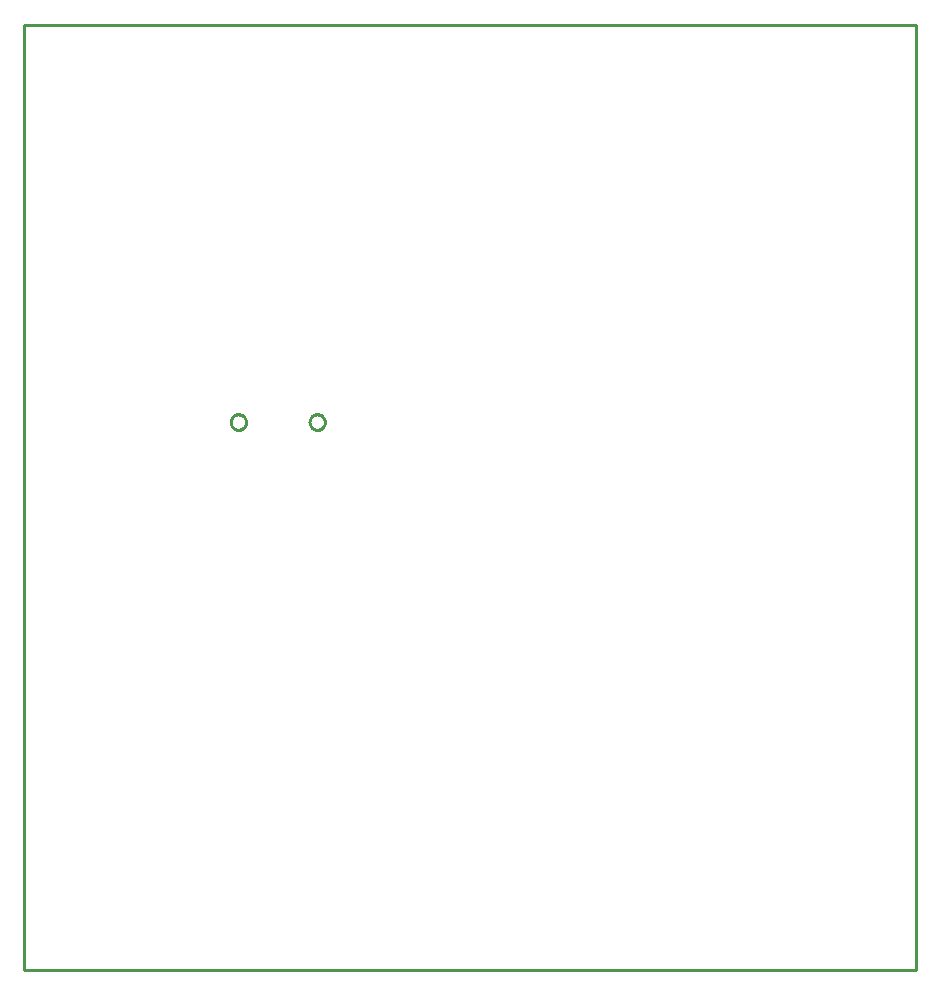
<source format=gbr>
G04 EAGLE Gerber RS-274X export*
G75*
%MOMM*%
%FSLAX34Y34*%
%LPD*%
%IN*%
%IPPOS*%
%AMOC8*
5,1,8,0,0,1.08239X$1,22.5*%
G01*
%ADD10C,0.254000*%


D10*
X0Y200025D02*
X755000Y200025D01*
X755000Y1000000D01*
X0Y1000000D01*
X0Y200025D01*
X181281Y657250D02*
X180645Y657313D01*
X180019Y657437D01*
X179408Y657623D01*
X178818Y657867D01*
X178254Y658168D01*
X177723Y658523D01*
X177230Y658928D01*
X176778Y659380D01*
X176373Y659873D01*
X176018Y660404D01*
X175717Y660968D01*
X175473Y661558D01*
X175287Y662169D01*
X175163Y662795D01*
X175100Y663431D01*
X175100Y664069D01*
X175163Y664705D01*
X175287Y665331D01*
X175473Y665942D01*
X175717Y666532D01*
X176018Y667096D01*
X176373Y667627D01*
X176778Y668120D01*
X177230Y668572D01*
X177723Y668977D01*
X178254Y669332D01*
X178818Y669633D01*
X179408Y669877D01*
X180019Y670063D01*
X180645Y670187D01*
X181281Y670250D01*
X181919Y670250D01*
X182555Y670187D01*
X183181Y670063D01*
X183792Y669877D01*
X184382Y669633D01*
X184946Y669332D01*
X185477Y668977D01*
X185970Y668572D01*
X186422Y668120D01*
X186827Y667627D01*
X187182Y667096D01*
X187483Y666532D01*
X187727Y665942D01*
X187913Y665331D01*
X188037Y664705D01*
X188100Y664069D01*
X188100Y663431D01*
X188037Y662795D01*
X187913Y662169D01*
X187727Y661558D01*
X187483Y660968D01*
X187182Y660404D01*
X186827Y659873D01*
X186422Y659380D01*
X185970Y658928D01*
X185477Y658523D01*
X184946Y658168D01*
X184382Y657867D01*
X183792Y657623D01*
X183181Y657437D01*
X182555Y657313D01*
X181919Y657250D01*
X181281Y657250D01*
X247956Y657250D02*
X247320Y657313D01*
X246694Y657437D01*
X246083Y657623D01*
X245493Y657867D01*
X244929Y658168D01*
X244398Y658523D01*
X243905Y658928D01*
X243453Y659380D01*
X243048Y659873D01*
X242693Y660404D01*
X242392Y660968D01*
X242148Y661558D01*
X241962Y662169D01*
X241838Y662795D01*
X241775Y663431D01*
X241775Y664069D01*
X241838Y664705D01*
X241962Y665331D01*
X242148Y665942D01*
X242392Y666532D01*
X242693Y667096D01*
X243048Y667627D01*
X243453Y668120D01*
X243905Y668572D01*
X244398Y668977D01*
X244929Y669332D01*
X245493Y669633D01*
X246083Y669877D01*
X246694Y670063D01*
X247320Y670187D01*
X247956Y670250D01*
X248594Y670250D01*
X249230Y670187D01*
X249856Y670063D01*
X250467Y669877D01*
X251057Y669633D01*
X251621Y669332D01*
X252152Y668977D01*
X252645Y668572D01*
X253097Y668120D01*
X253502Y667627D01*
X253857Y667096D01*
X254158Y666532D01*
X254402Y665942D01*
X254588Y665331D01*
X254712Y664705D01*
X254775Y664069D01*
X254775Y663431D01*
X254712Y662795D01*
X254588Y662169D01*
X254402Y661558D01*
X254158Y660968D01*
X253857Y660404D01*
X253502Y659873D01*
X253097Y659380D01*
X252645Y658928D01*
X252152Y658523D01*
X251621Y658168D01*
X251057Y657867D01*
X250467Y657623D01*
X249856Y657437D01*
X249230Y657313D01*
X248594Y657250D01*
X247956Y657250D01*
M02*

</source>
